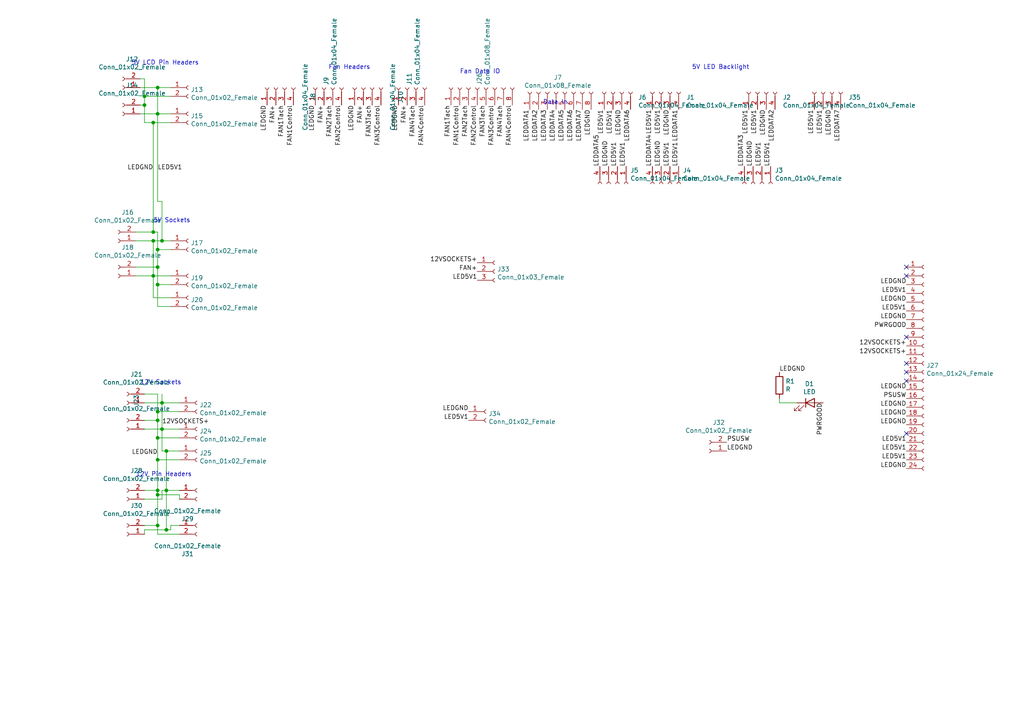
<source format=kicad_sch>
(kicad_sch (version 20211123) (generator eeschema)
  (paper "A4")
  (lib_symbols
    (symbol "Connector:Conn_01x02_Female" (pin_names (offset 1.016) hide)
      (property "Reference" "J" (at 0 2.54 0))
      (property "Value" "Conn_01x02_Female" (at 0 -5.08 0))
      (symbol "Conn_01x02_Female_1_1"
        (arc (start 0 -2.032) (mid -0.508 -2.54) (end 0 -3.048) (stroke (width 0.1524)))
        (polyline (pts (xy -1.27 -2.54) (xy -0.508 -2.54)) (stroke (width 0.1524)))
        (polyline (pts (xy -1.27 0) (xy -0.508 0)) (stroke (width 0.1524)))
        (arc (start 0 0.508) (mid -0.508 0) (end 0 -0.508) (stroke (width 0.1524)))
        (pin passive line (at -5.08 0 0) (length 3.81) (name "Pin_1") (number "1"))
        (pin passive line (at -5.08 -2.54 0) (length 3.81) (name "Pin_2") (number "2"))
      )
    )
    (symbol "Connector:Conn_01x03_Female" (pin_names (offset 1.016) hide)
      (property "Reference" "J" (at 0 5.08 0))
      (property "Value" "Conn_01x03_Female" (at 0 -5.08 0))
      (symbol "Conn_01x03_Female_1_1"
        (arc (start 0 -2.032) (mid -0.508 -2.54) (end 0 -3.048) (stroke (width 0.1524)))
        (polyline (pts (xy -1.27 -2.54) (xy -0.508 -2.54)) (stroke (width 0.1524)))
        (polyline (pts (xy -1.27 0) (xy -0.508 0)) (stroke (width 0.1524)))
        (polyline (pts (xy -1.27 2.54) (xy -0.508 2.54)) (stroke (width 0.1524)))
        (arc (start 0 0.508) (mid -0.508 0) (end 0 -0.508) (stroke (width 0.1524)))
        (arc (start 0 3.048) (mid -0.508 2.54) (end 0 2.032) (stroke (width 0.1524)))
        (pin passive line (at -5.08 2.54 0) (length 3.81) (name "Pin_1") (number "1"))
        (pin passive line (at -5.08 0 0) (length 3.81) (name "Pin_2") (number "2"))
        (pin passive line (at -5.08 -2.54 0) (length 3.81) (name "Pin_3") (number "3"))
      )
    )
    (symbol "Connector:Conn_01x04_Female" (pin_names (offset 1.016) hide)
      (property "Reference" "J" (at 0 5.08 0))
      (property "Value" "Conn_01x04_Female" (at 0 -7.62 0))
      (symbol "Conn_01x04_Female_1_1"
        (arc (start 0 -4.572) (mid -0.508 -5.08) (end 0 -5.588) (stroke (width 0.1524)))
        (arc (start 0 -2.032) (mid -0.508 -2.54) (end 0 -3.048) (stroke (width 0.1524)))
        (polyline (pts (xy -1.27 -5.08) (xy -0.508 -5.08)) (stroke (width 0.1524)))
        (polyline (pts (xy -1.27 -2.54) (xy -0.508 -2.54)) (stroke (width 0.1524)))
        (polyline (pts (xy -1.27 0) (xy -0.508 0)) (stroke (width 0.1524)))
        (polyline (pts (xy -1.27 2.54) (xy -0.508 2.54)) (stroke (width 0.1524)))
        (arc (start 0 0.508) (mid -0.508 0) (end 0 -0.508) (stroke (width 0.1524)))
        (arc (start 0 3.048) (mid -0.508 2.54) (end 0 2.032) (stroke (width 0.1524)))
        (pin passive line (at -5.08 2.54 0) (length 3.81) (name "Pin_1") (number "1"))
        (pin passive line (at -5.08 0 0) (length 3.81) (name "Pin_2") (number "2"))
        (pin passive line (at -5.08 -2.54 0) (length 3.81) (name "Pin_3") (number "3"))
        (pin passive line (at -5.08 -5.08 0) (length 3.81) (name "Pin_4") (number "4"))
      )
    )
    (symbol "Connector:Conn_01x08_Female" (pin_names (offset 1.016) hide)
      (property "Reference" "J" (at 0 10.16 0))
      (property "Value" "Conn_01x08_Female" (at 0 -12.7 0))
      (symbol "Conn_01x08_Female_1_1"
        (arc (start 0 -9.652) (mid -0.508 -10.16) (end 0 -10.668) (stroke (width 0.1524)))
        (arc (start 0 -7.112) (mid -0.508 -7.62) (end 0 -8.128) (stroke (width 0.1524)))
        (arc (start 0 -4.572) (mid -0.508 -5.08) (end 0 -5.588) (stroke (width 0.1524)))
        (arc (start 0 -2.032) (mid -0.508 -2.54) (end 0 -3.048) (stroke (width 0.1524)))
        (polyline (pts (xy -1.27 -10.16) (xy -0.508 -10.16)) (stroke (width 0.1524)))
        (polyline (pts (xy -1.27 -7.62) (xy -0.508 -7.62)) (stroke (width 0.1524)))
        (polyline (pts (xy -1.27 -5.08) (xy -0.508 -5.08)) (stroke (width 0.1524)))
        (polyline (pts (xy -1.27 -2.54) (xy -0.508 -2.54)) (stroke (width 0.1524)))
        (polyline (pts (xy -1.27 0) (xy -0.508 0)) (stroke (width 0.1524)))
        (polyline (pts (xy -1.27 2.54) (xy -0.508 2.54)) (stroke (width 0.1524)))
        (polyline (pts (xy -1.27 5.08) (xy -0.508 5.08)) (stroke (width 0.1524)))
        (polyline (pts (xy -1.27 7.62) (xy -0.508 7.62)) (stroke (width 0.1524)))
        (arc (start 0 0.508) (mid -0.508 0) (end 0 -0.508) (stroke (width 0.1524)))
        (arc (start 0 3.048) (mid -0.508 2.54) (end 0 2.032) (stroke (width 0.1524)))
        (arc (start 0 5.588) (mid -0.508 5.08) (end 0 4.572) (stroke (width 0.1524)))
        (arc (start 0 8.128) (mid -0.508 7.62) (end 0 7.112) (stroke (width 0.1524)))
        (pin passive line (at -5.08 7.62 0) (length 3.81) (name "Pin_1") (number "1"))
        (pin passive line (at -5.08 5.08 0) (length 3.81) (name "Pin_2") (number "2"))
        (pin passive line (at -5.08 2.54 0) (length 3.81) (name "Pin_3") (number "3"))
        (pin passive line (at -5.08 0 0) (length 3.81) (name "Pin_4") (number "4"))
        (pin passive line (at -5.08 -2.54 0) (length 3.81) (name "Pin_5") (number "5"))
        (pin passive line (at -5.08 -5.08 0) (length 3.81) (name "Pin_6") (number "6"))
        (pin passive line (at -5.08 -7.62 0) (length 3.81) (name "Pin_7") (number "7"))
        (pin passive line (at -5.08 -10.16 0) (length 3.81) (name "Pin_8") (number "8"))
      )
    )
    (symbol "Connector:Conn_01x24_Female" (pin_names (offset 1.016) hide)
      (property "Reference" "J" (at 0 30.48 0))
      (property "Value" "Conn_01x24_Female" (at 0 -33.02 0))
      (symbol "Conn_01x24_Female_1_1"
        (arc (start 0 -29.972) (mid -0.508 -30.48) (end 0 -30.988) (stroke (width 0.1524)))
        (arc (start 0 -27.432) (mid -0.508 -27.94) (end 0 -28.448) (stroke (width 0.1524)))
        (arc (start 0 -24.892) (mid -0.508 -25.4) (end 0 -25.908) (stroke (width 0.1524)))
        (arc (start 0 -22.352) (mid -0.508 -22.86) (end 0 -23.368) (stroke (width 0.1524)))
        (arc (start 0 -19.812) (mid -0.508 -20.32) (end 0 -20.828) (stroke (width 0.1524)))
        (arc (start 0 -17.272) (mid -0.508 -17.78) (end 0 -18.288) (stroke (width 0.1524)))
        (arc (start 0 -14.732) (mid -0.508 -15.24) (end 0 -15.748) (stroke (width 0.1524)))
        (arc (start 0 -12.192) (mid -0.508 -12.7) (end 0 -13.208) (stroke (width 0.1524)))
        (arc (start 0 -9.652) (mid -0.508 -10.16) (end 0 -10.668) (stroke (width 0.1524)))
        (arc (start 0 -7.112) (mid -0.508 -7.62) (end 0 -8.128) (stroke (width 0.1524)))
        (arc (start 0 -4.572) (mid -0.508 -5.08) (end 0 -5.588) (stroke (width 0.1524)))
        (arc (start 0 -2.032) (mid -0.508 -2.54) (end 0 -3.048) (stroke (width 0.1524)))
        (polyline (pts (xy -1.27 -30.48) (xy -0.508 -30.48)) (stroke (width 0.1524)))
        (polyline (pts (xy -1.27 -27.94) (xy -0.508 -27.94)) (stroke (width 0.1524)))
        (polyline (pts (xy -1.27 -25.4) (xy -0.508 -25.4)) (stroke (width 0.1524)))
        (polyline (pts (xy -1.27 -22.86) (xy -0.508 -22.86)) (stroke (width 0.1524)))
        (polyline (pts (xy -1.27 -20.32) (xy -0.508 -20.32)) (stroke (width 0.1524)))
        (polyline (pts (xy -1.27 -17.78) (xy -0.508 -17.78)) (stroke (width 0.1524)))
        (polyline (pts (xy -1.27 -15.24) (xy -0.508 -15.24)) (stroke (width 0.1524)))
        (polyline (pts (xy -1.27 -12.7) (xy -0.508 -12.7)) (stroke (width 0.1524)))
        (polyline (pts (xy -1.27 -10.16) (xy -0.508 -10.16)) (stroke (width 0.1524)))
        (polyline (pts (xy -1.27 -7.62) (xy -0.508 -7.62)) (stroke (width 0.1524)))
        (polyline (pts (xy -1.27 -5.08) (xy -0.508 -5.08)) (stroke (width 0.1524)))
        (polyline (pts (xy -1.27 -2.54) (xy -0.508 -2.54)) (stroke (width 0.1524)))
        (polyline (pts (xy -1.27 0) (xy -0.508 0)) (stroke (width 0.1524)))
        (polyline (pts (xy -1.27 2.54) (xy -0.508 2.54)) (stroke (width 0.1524)))
        (polyline (pts (xy -1.27 5.08) (xy -0.508 5.08)) (stroke (width 0.1524)))
        (polyline (pts (xy -1.27 7.62) (xy -0.508 7.62)) (stroke (width 0.1524)))
        (polyline (pts (xy -1.27 10.16) (xy -0.508 10.16)) (stroke (width 0.1524)))
        (polyline (pts (xy -1.27 12.7) (xy -0.508 12.7)) (stroke (width 0.1524)))
        (polyline (pts (xy -1.27 15.24) (xy -0.508 15.24)) (stroke (width 0.1524)))
        (polyline (pts (xy -1.27 17.78) (xy -0.508 17.78)) (stroke (width 0.1524)))
        (polyline (pts (xy -1.27 20.32) (xy -0.508 20.32)) (stroke (width 0.1524)))
        (polyline (pts (xy -1.27 22.86) (xy -0.508 22.86)) (stroke (width 0.1524)))
        (polyline (pts (xy -1.27 25.4) (xy -0.508 25.4)) (stroke (width 0.1524)))
        (polyline (pts (xy -1.27 27.94) (xy -0.508 27.94)) (stroke (width 0.1524)))
        (arc (start 0 0.508) (mid -0.508 0) (end 0 -0.508) (stroke (width 0.1524)))
        (arc (start 0 3.048) (mid -0.508 2.54) (end 0 2.032) (stroke (width 0.1524)))
        (arc (start 0 5.588) (mid -0.508 5.08) (end 0 4.572) (stroke (width 0.1524)))
        (arc (start 0 8.128) (mid -0.508 7.62) (end 0 7.112) (stroke (width 0.1524)))
        (arc (start 0 10.668) (mid -0.508 10.16) (end 0 9.652) (stroke (width 0.1524)))
        (arc (start 0 13.208) (mid -0.508 12.7) (end 0 12.192) (stroke (width 0.1524)))
        (arc (start 0 15.748) (mid -0.508 15.24) (end 0 14.732) (stroke (width 0.1524)))
        (arc (start 0 18.288) (mid -0.508 17.78) (end 0 17.272) (stroke (width 0.1524)))
        (arc (start 0 20.828) (mid -0.508 20.32) (end 0 19.812) (stroke (width 0.1524)))
        (arc (start 0 23.368) (mid -0.508 22.86) (end 0 22.352) (stroke (width 0.1524)))
        (arc (start 0 25.908) (mid -0.508 25.4) (end 0 24.892) (stroke (width 0.1524)))
        (arc (start 0 28.448) (mid -0.508 27.94) (end 0 27.432) (stroke (width 0.1524)))
        (pin passive line (at -5.08 27.94 0) (length 3.81) (name "Pin_1") (number "1"))
        (pin passive line (at -5.08 5.08 0) (length 3.81) (name "Pin_10") (number "10"))
        (pin passive line (at -5.08 2.54 0) (length 3.81) (name "Pin_11") (number "11"))
        (pin passive line (at -5.08 0 0) (length 3.81) (name "Pin_12") (number "12"))
        (pin passive line (at -5.08 -2.54 0) (length 3.81) (name "Pin_13") (number "13"))
        (pin passive line (at -5.08 -5.08 0) (length 3.81) (name "Pin_14") (number "14"))
        (pin passive line (at -5.08 -7.62 0) (length 3.81) (name "Pin_15") (number "15"))
        (pin passive line (at -5.08 -10.16 0) (length 3.81) (name "Pin_16") (number "16"))
        (pin passive line (at -5.08 -12.7 0) (length 3.81) (name "Pin_17") (number "17"))
        (pin passive line (at -5.08 -15.24 0) (length 3.81) (name "Pin_18") (number "18"))
        (pin passive line (at -5.08 -17.78 0) (length 3.81) (name "Pin_19") (number "19"))
        (pin passive line (at -5.08 25.4 0) (length 3.81) (name "Pin_2") (number "2"))
        (pin passive line (at -5.08 -20.32 0) (length 3.81) (name "Pin_20") (number "20"))
        (pin passive line (at -5.08 -22.86 0) (length 3.81) (name "Pin_21") (number "21"))
        (pin passive line (at -5.08 -25.4 0) (length 3.81) (name "Pin_22") (number "22"))
        (pin passive line (at -5.08 -27.94 0) (length 3.81) (name "Pin_23") (number "23"))
        (pin passive line (at -5.08 -30.48 0) (length 3.81) (name "Pin_24") (number "24"))
        (pin passive line (at -5.08 22.86 0) (length 3.81) (name "Pin_3") (number "3"))
        (pin passive line (at -5.08 20.32 0) (length 3.81) (name "Pin_4") (number "4"))
        (pin passive line (at -5.08 17.78 0) (length 3.81) (name "Pin_5") (number "5"))
        (pin passive line (at -5.08 15.24 0) (length 3.81) (name "Pin_6") (number "6"))
        (pin passive line (at -5.08 12.7 0) (length 3.81) (name "Pin_7") (number "7"))
        (pin passive line (at -5.08 10.16 0) (length 3.81) (name "Pin_8") (number "8"))
        (pin passive line (at -5.08 7.62 0) (length 3.81) (name "Pin_9") (number "9"))
      )
    )
    (symbol "Device:LED" (pin_numbers hide) (pin_names (offset 1.016) hide)
      (property "Reference" "D" (at 0 2.54 0))
      (property "Value" "LED" (at 0 -2.54 0))
      (symbol "LED_0_1"
        (polyline (pts (xy -1.27 -1.27) (xy -1.27 1.27)) (stroke (width 0.254)))
        (polyline (pts (xy -1.27 0) (xy 1.27 0)))
        (polyline (pts (xy 1.27 -1.27) (xy 1.27 1.27) (xy -1.27 0) (xy 1.27 -1.27)) (stroke (width 0.254)))
        (polyline (pts (xy -3.048 -0.762) (xy -4.572 -2.286) (xy -3.81 -2.286) (xy -4.572 -2.286) (xy -4.572 -1.524)))
        (polyline (pts (xy -1.778 -0.762) (xy -3.302 -2.286) (xy -2.54 -2.286) (xy -3.302 -2.286) (xy -3.302 -1.524)))
      )
      (symbol "LED_1_1"
        (pin passive line (at -3.81 0 0) (length 2.54) (name "K") (number "1"))
        (pin passive line (at 3.81 0 180) (length 2.54) (name "A") (number "2"))
      )
    )
    (symbol "Device:R" (pin_numbers hide) (pin_names (offset 0))
      (property "Reference" "R" (at 2.032 0 90))
      (property "Value" "R" (at 0 0 90))
      (symbol "R_0_1"
        (rectangle (start -1.016 -2.54) (end 1.016 2.54) (stroke (width 0.254)))
      )
      (symbol "R_1_1"
        (pin passive line (at 0 3.81 270) (length 1.27) (name "~") (number "1"))
        (pin passive line (at 0 -3.81 90) (length 1.27) (name "~") (number "2"))
      )
    )
  )
  (junction (at 44.45 35.56))
  (junction (at 48.26 142.24))
  (junction (at 45.72 127))
  (junction (at 45.72 142.24))
  (junction (at 45.72 119.38))
  (junction (at 44.45 67.31))
  (junction (at 45.72 33.02))
  (junction (at 48.26 130.81))
  (junction (at 44.45 80.01))
  (junction (at 45.72 152.4))
  (junction (at 45.72 143.51))
  (junction (at 46.99 116.84))
  (junction (at 45.72 72.39))
  (junction (at 46.99 69.85))
  (junction (at 45.72 25.4))
  (junction (at 45.72 121.92))
  (junction (at 45.72 77.47))
  (junction (at 45.72 82.55))
  (junction (at 45.72 133.35))
  (junction (at 44.45 69.85))
  (junction (at 41.91 30.48))
  (junction (at 41.91 27.94))
  (junction (at 48.26 153.67))
  (junction (at 46.99 124.46))
  (no_connect (at 262.89 105.41))
  (no_connect (at 262.89 107.95))
  (no_connect (at 262.89 110.49))
  (no_connect (at 262.89 97.79))
  (no_connect (at 262.89 125.73))
  (no_connect (at 262.89 80.01))
  (no_connect (at 262.89 77.47))
  (wire (pts (xy 45.72 152.4) (xy 45.72 143.51)))
  (wire (pts (xy 41.91 30.48) (xy 41.91 27.94)))
  (wire (pts (xy 46.99 116.84) (xy 52.07 116.84)))
  (wire (pts (xy 41.91 124.46) (xy 46.99 124.46)))
  (wire (pts (xy 45.72 25.4) (xy 45.72 33.02)))
  (wire (pts (xy 39.37 69.85) (xy 44.45 69.85)))
  (wire (pts (xy 46.99 144.78) (xy 41.91 144.78)))
  (wire (pts (xy 231.14 116.84) (xy 226.06 116.84)))
  (wire (pts (xy 41.91 121.92) (xy 45.72 121.92)))
  (wire (pts (xy 46.99 124.46) (xy 46.99 116.84)))
  (wire (pts (xy 41.91 22.86) (xy 40.64 22.86)))
  (wire (pts (xy 49.53 33.02) (xy 45.72 33.02)))
  (wire (pts (xy 52.07 143.51) (xy 52.07 144.78)))
  (wire (pts (xy 45.72 143.51) (xy 52.07 143.51)))
  (wire (pts (xy 45.72 142.24) (xy 45.72 143.51)))
  (wire (pts (xy 45.72 67.31) (xy 45.72 72.39)))
  (wire (pts (xy 46.99 130.81) (xy 48.26 130.81)))
  (wire (pts (xy 48.26 130.81) (xy 52.07 130.81)))
  (wire (pts (xy 46.99 124.46) (xy 46.99 130.81)))
  (wire (pts (xy 48.26 153.67) (xy 48.26 142.24)))
  (wire (pts (xy 39.37 80.01) (xy 44.45 80.01)))
  (wire (pts (xy 41.91 116.84) (xy 46.99 116.84)))
  (wire (pts (xy 45.72 77.47) (xy 39.37 77.47)))
  (wire (pts (xy 45.72 154.94) (xy 45.72 152.4)))
  (wire (pts (xy 52.07 154.94) (xy 45.72 154.94)))
  (wire (pts (xy 49.53 153.67) (xy 49.53 152.4)))
  (wire (pts (xy 44.45 67.31) (xy 45.72 67.31)))
  (wire (pts (xy 44.45 80.01) (xy 44.45 86.36)))
  (wire (pts (xy 45.72 133.35) (xy 52.07 133.35)))
  (wire (pts (xy 48.26 142.24) (xy 48.26 130.81)))
  (wire (pts (xy 45.72 114.3) (xy 41.91 114.3)))
  (wire (pts (xy 48.26 142.24) (xy 46.99 142.24)))
  (wire (pts (xy 45.72 72.39) (xy 45.72 77.47)))
  (wire (pts (xy 45.72 127) (xy 45.72 133.35)))
  (wire (pts (xy 49.53 72.39) (xy 45.72 72.39)))
  (wire (pts (xy 46.99 116.84) (xy 46.99 114.3)))
  (wire (pts (xy 45.72 82.55) (xy 49.53 82.55)))
  (wire (pts (xy 46.99 69.85) (xy 46.99 58.42)))
  (wire (pts (xy 52.07 142.24) (xy 48.26 142.24)))
  (wire (pts (xy 45.72 82.55) (xy 45.72 77.47)))
  (wire (pts (xy 41.91 30.48) (xy 40.64 30.48)))
  (wire (pts (xy 45.72 121.92) (xy 45.72 127)))
  (wire (pts (xy 45.72 127) (xy 52.07 127)))
  (wire (pts (xy 46.99 142.24) (xy 46.99 144.78)))
  (wire (pts (xy 39.37 67.31) (xy 44.45 67.31)))
  (wire (pts (xy 40.64 25.4) (xy 45.72 25.4)))
  (wire (pts (xy 45.72 33.02) (xy 45.72 58.42)))
  (wire (pts (xy 41.91 153.67) (xy 48.26 153.67)))
  (wire (pts (xy 44.45 35.56) (xy 41.91 35.56)))
  (wire (pts (xy 44.45 80.01) (xy 49.53 80.01)))
  (wire (pts (xy 49.53 152.4) (xy 52.07 152.4)))
  (wire (pts (xy 41.91 142.24) (xy 45.72 142.24)))
  (wire (pts (xy 44.45 86.36) (xy 49.53 86.36)))
  (wire (pts (xy 41.91 35.56) (xy 41.91 30.48)))
  (wire (pts (xy 44.45 69.85) (xy 46.99 69.85)))
  (wire (pts (xy 46.99 124.46) (xy 52.07 124.46)))
  (wire (pts (xy 44.45 35.56) (xy 44.45 67.31)))
  (wire (pts (xy 52.07 119.38) (xy 45.72 119.38)))
  (wire (pts (xy 41.91 154.94) (xy 41.91 153.67)))
  (wire (pts (xy 45.72 58.42) (xy 46.99 58.42)))
  (wire (pts (xy 45.72 142.24) (xy 45.72 133.35)))
  (wire (pts (xy 41.91 152.4) (xy 45.72 152.4)))
  (wire (pts (xy 226.06 116.84) (xy 226.06 115.57)))
  (wire (pts (xy 40.64 33.02) (xy 45.72 33.02)))
  (wire (pts (xy 46.99 69.85) (xy 49.53 69.85)))
  (wire (pts (xy 41.91 27.94) (xy 41.91 22.86)))
  (wire (pts (xy 45.72 25.4) (xy 49.53 25.4)))
  (wire (pts (xy 45.72 114.3) (xy 45.72 119.38)))
  (wire (pts (xy 41.91 27.94) (xy 49.53 27.94)))
  (wire (pts (xy 45.72 82.55) (xy 45.72 88.9)))
  (wire (pts (xy 45.72 88.9) (xy 49.53 88.9)))
  (wire (pts (xy 48.26 153.67) (xy 49.53 153.67)))
  (wire (pts (xy 44.45 69.85) (xy 44.45 80.01)))
  (wire (pts (xy 45.72 121.92) (xy 45.72 119.38)))
  (wire (pts (xy 49.53 35.56) (xy 44.45 35.56)))
  (text "Fan Data IO" (at 133.35 21.59 0) (effects (font (size 1.27 1.27)) (justify left bottom)))
  (text "5V LCD Pin Headers" (at 38.1 19.05 0) (effects (font (size 1.27 1.27)) (justify left bottom)))
  (text "12V Pin Headers" (at 39.37 138.43 0) (effects (font (size 1.27 1.27)) (justify left bottom)))
  (text "5V Sockets" (at 44.45 64.77 0) (effects (font (size 1.27 1.27)) (justify left bottom)))
  (text "Fan Headers" (at 95.25 20.32 0) (effects (font (size 1.27 1.27)) (justify left bottom)))
  (text "12V Sockets" (at 40.64 111.76 0) (effects (font (size 1.27 1.27)) (justify left bottom)))
  (text "Data In" (at 157.48 30.48 0) (effects (font (size 1.27 1.27)) (justify left bottom)))
  (text "5V LED Backlight" (at 200.66 20.32 0) (effects (font (size 1.27 1.27)) (justify left bottom)))
  (label "FAN2Control" (at 99.06 30.48 270))
  (label "LED5V1" (at 189.23 31.75 270))
  (label "LEDDATA2" (at 224.79 31.75 270))
  (label "FAN1Tach" (at 82.55 30.48 270))
  (label "PSUSW" (at 262.89 115.57 180))
  (label "LEDGND" (at 262.89 92.71 180))
  (label "FAN+" (at 118.11 30.48 270))
  (label "LED5V1" (at 219.71 31.75 270))
  (label "LEDDATA2" (at 156.21 31.75 270))
  (label "LEDGND" (at 194.31 31.75 270))
  (label "PWRGOOD" (at 262.89 95.25 180))
  (label "LEDDATA1" (at 196.85 31.75 270))
  (label "LEDDATA3" (at 158.75 31.75 270))
  (label "LED5V1" (at 262.89 90.17 180))
  (label "LEDGND" (at 241.3 31.75 270))
  (label "FAN3Tach" (at 107.95 30.48 270))
  (label "LED5V1" (at 262.89 128.27 180))
  (label "LED5V1" (at 177.8 31.75 270))
  (label "LEDGND" (at 180.34 31.75 270))
  (label "LED5V1" (at 236.22 31.75 270))
  (label "LEDGND" (at 222.25 31.75 270))
  (label "FAN3Tach" (at 140.97 30.48 270))
  (label "LED5V1" (at 262.89 85.09 180))
  (label "PWRGOOD" (at 238.76 116.84 270))
  (label "LED5V1" (at 181.61 48.26 90))
  (label "LED5V1" (at 135.89 121.92 180))
  (label "FAN1Control" (at 133.35 30.48 270))
  (label "LEDGND" (at 262.89 118.11 180))
  (label "LEDGND" (at 262.89 87.63 180))
  (label "FAN4Tach" (at 120.65 30.48 270))
  (label "LEDGND" (at 218.44 48.26 90))
  (label "LEDDATA4" (at 189.23 48.26 90))
  (label "LEDGND" (at 115.57 30.48 270))
  (label "LED5V1" (at 262.89 130.81 180))
  (label "LEDDATA4" (at 161.29 31.75 270))
  (label "FAN2Tach" (at 96.52 30.48 270))
  (label "LEDDATA5" (at 163.83 31.75 270))
  (label "LEDDATA5" (at 173.99 48.26 90))
  (label "FAN2Control" (at 138.43 30.48 270))
  (label "PSUSW" (at 210.82 128.27 0))
  (label "LED5V1" (at 175.26 31.75 270))
  (label "LEDGND" (at 135.89 119.38 180))
  (label "LEDGND" (at 262.89 120.65 180))
  (label "FAN2Tach" (at 135.89 30.48 270))
  (label "FAN+" (at 93.98 30.48 270))
  (label "LEDGND" (at 171.45 31.75 270))
  (label "FAN3Control" (at 110.49 30.48 270))
  (label "FAN4Tach" (at 146.05 30.48 270))
  (label "LEDGND" (at 45.72 132.08 180))
  (label "LEDDATA7" (at 243.84 31.75 270))
  (label "FAN3Control" (at 143.51 30.48 270))
  (label "LEDDATA6" (at 166.37 31.75 270))
  (label "FAN+" (at 105.41 30.48 270))
  (label "LED5V1" (at 191.77 31.75 270))
  (label "LEDGND" (at 262.89 123.19 180))
  (label "LEDGND" (at 102.87 30.48 270))
  (label "FAN1Control" (at 85.09 30.48 270))
  (label "12VSOCKETS+" (at 262.89 100.33 180))
  (label "FAN+" (at 138.43 78.74 180))
  (label "LED5V1" (at 220.98 48.26 90))
  (label "FAN+" (at 80.01 30.48 270))
  (label "LED5V1" (at 223.52 48.26 90))
  (label "FAN4Control" (at 123.19 30.48 270))
  (label "LEDGND" (at 91.44 30.48 270))
  (label "LEDDATA6" (at 182.88 31.75 270))
  (label "LEDGND" (at 262.89 135.89 180))
  (label "LED5V1" (at 45.72 49.53 0))
  (label "LEDDATA1" (at 153.67 31.75 270))
  (label "12VSOCKETS+" (at 46.99 123.19 0))
  (label "12VSOCKETS+" (at 138.43 76.2 180))
  (label "LED5V1" (at 196.85 48.26 90))
  (label "FAN4Control" (at 148.59 30.48 270))
  (label "LED5V1" (at 194.31 48.26 90))
  (label "LEDGND" (at 226.06 107.95 0))
  (label "LEDGND" (at 77.47 30.48 270))
  (label "LED5V1" (at 238.76 31.75 270))
  (label "LEDGND" (at 44.45 49.53 180))
  (label "LED5V1" (at 179.07 48.26 90))
  (label "LEDGND" (at 262.89 82.55 180))
  (label "FAN1Tach" (at 130.81 30.48 270))
  (label "LEDGND" (at 176.53 48.26 90))
  (label "LED5V1" (at 138.43 81.28 180))
  (label "12VSOCKETS+" (at 262.89 102.87 180))
  (label "LED5V1" (at 262.89 133.35 180))
  (label "LEDGND" (at 262.89 113.03 180))
  (label "LED5V1" (at 217.17 31.75 270))
  (label "LEDDATA3" (at 215.9 48.26 90))
  (label "LEDGND" (at 210.82 130.81 0))
  (label "LEDDATA7" (at 168.91 31.75 270))
  (label "LEDGND" (at 191.77 48.26 90))
  (symbol (lib_id "Connector:Conn_01x04_Female") (at 219.71 26.67 90) (unit 1)
    (property "Reference" "J2" (at 227.0252 28.2448 90) (effects (justify right)))
    (property "Value" "Conn_01x04_Female" (at 227.0252 30.5562 90) (effects (justify right)))
    (property "Footprint" "Connector_Molex:Molex_Mini-Fit_Jr_5566-04A_2x02_P4.20mm_Vertical" (effects hide))
  )
  (symbol (lib_id "Connector:Conn_01x04_Female") (at 191.77 26.67 90) (unit 1)
    (property "Reference" "J1" (at 199.0852 28.2448 90) (effects (justify right)))
    (property "Value" "Conn_01x04_Female" (at 199.0852 30.5562 90) (effects (justify right)))
    (property "Footprint" "Connector_Molex:Molex_Mini-Fit_Jr_5566-04A_2x02_P4.20mm_Vertical" (effects hide))
  )
  (symbol (lib_id "Connector:Conn_01x04_Female") (at 194.31 53.34 270) (unit 1)
    (property "Reference" "J4" (at 198.0692 49.4284 90) (effects (justify left)))
    (property "Value" "Conn_01x04_Female" (at 198.0692 51.7398 90) (effects (justify left)))
    (property "Footprint" "Connector_Molex:Molex_Mini-Fit_Jr_5566-04A_2x02_P4.20mm_Vertical" (effects hide))
  )
  (symbol (lib_id "Connector:Conn_01x04_Female") (at 220.98 53.34 270) (unit 1)
    (property "Reference" "J3" (at 224.7392 49.4284 90) (effects (justify left)))
    (property "Value" "Conn_01x04_Female" (at 224.7392 51.7398 90) (effects (justify left)))
    (property "Footprint" "Connector_Molex:Molex_Mini-Fit_Jr_5566-04A_2x02_P4.20mm_Vertical" (effects hide))
  )
  (symbol (lib_id "Connector:Conn_01x04_Female") (at 93.98 25.4 90) (unit 1)
    (property "Reference" "J9" (at 94.5896 24.6888 0) (effects (justify left)))
    (property "Value" "Conn_01x04_Female" (at 96.901 24.6888 0) (effects (justify left)))
    (property "Footprint" "Connector:FanPinHeader_1x04_P2.54mm_Vertical" (effects hide))
  )
  (symbol (lib_id "Connector:Conn_01x04_Female") (at 118.11 25.4 90) (unit 1)
    (property "Reference" "J11" (at 118.7196 24.6888 0) (effects (justify left)))
    (property "Value" "Conn_01x04_Female" (at 121.031 24.6888 0) (effects (justify left)))
    (property "Footprint" "Connector:FanPinHeader_1x04_P2.54mm_Vertical" (effects hide))
  )
  (symbol (lib_id "Connector:Conn_01x04_Female") (at 80.01 25.4 90) (unit 1)
    (property "Reference" "J8" (at 90.805 28.1432 0))
    (property "Value" "Conn_01x04_Female" (at 88.4936 28.1432 0))
    (property "Footprint" "Connector:FanPinHeader_1x04_P2.54mm_Vertical" (effects hide))
  )
  (symbol (lib_id "Connector:Conn_01x04_Female") (at 105.41 25.4 90) (unit 1)
    (property "Reference" "J10" (at 116.205 28.1432 0))
    (property "Value" "Conn_01x04_Female" (at 113.8936 28.1432 0))
    (property "Footprint" "Connector:FanPinHeader_1x04_P2.54mm_Vertical" (effects hide))
  )
  (symbol (lib_id "Connector:Conn_01x02_Female") (at 35.56 25.4 180) (unit 1)
    (property "Reference" "J12" (at 38.3032 17.145 0))
    (property "Value" "Conn_01x02_Female" (at 38.3032 19.4564 0))
    (property "Footprint" "Connector_Molex:Molex_KK-254_AE-6410-02A_1x02_P2.54mm_Vertical" (effects hide))
  )
  (symbol (lib_id "Connector:Conn_01x02_Female") (at 54.61 25.4 0) (unit 1)
    (property "Reference" "J13" (at 55.3212 26.0096 0) (effects (justify left)))
    (property "Value" "Conn_01x02_Female" (at 55.3212 28.321 0) (effects (justify left)))
    (property "Footprint" "Connector_Molex:Molex_KK-254_AE-6410-02A_1x02_P2.54mm_Vertical" (effects hide))
  )
  (symbol (lib_id "Connector:Conn_01x02_Female") (at 35.56 33.02 180) (unit 1)
    (property "Reference" "J14" (at 38.3032 24.765 0))
    (property "Value" "Conn_01x02_Female" (at 38.3032 27.0764 0))
    (property "Footprint" "Connector_Molex:Molex_KK-254_AE-6410-02A_1x02_P2.54mm_Vertical" (effects hide))
  )
  (symbol (lib_id "Connector:Conn_01x02_Female") (at 54.61 33.02 0) (unit 1)
    (property "Reference" "J15" (at 55.3212 33.6296 0) (effects (justify left)))
    (property "Value" "Conn_01x02_Female" (at 55.3212 35.941 0) (effects (justify left)))
    (property "Footprint" "Connector_Molex:Molex_KK-254_AE-6410-02A_1x02_P2.54mm_Vertical" (effects hide))
  )
  (symbol (lib_id "Connector:Conn_01x02_Female") (at 34.29 69.85 180) (unit 1)
    (property "Reference" "J16" (at 37.0332 61.595 0))
    (property "Value" "Conn_01x02_Female" (at 37.0332 63.9064 0))
    (property "Footprint" "Connector_BarrelJack:BarrelJack_Horizontal" (effects hide))
  )
  (symbol (lib_id "Connector:Conn_01x02_Female") (at 34.29 80.01 180) (unit 1)
    (property "Reference" "J18" (at 37.0332 71.755 0))
    (property "Value" "Conn_01x02_Female" (at 37.0332 74.0664 0))
    (property "Footprint" "Connector_BarrelJack:BarrelJack_Horizontal" (effects hide))
  )
  (symbol (lib_id "Connector:Conn_01x02_Female") (at 54.61 69.85 0) (unit 1)
    (property "Reference" "J17" (at 55.3212 70.4596 0) (effects (justify left)))
    (property "Value" "Conn_01x02_Female" (at 55.3212 72.771 0) (effects (justify left)))
    (property "Footprint" "Connector_BarrelJack:BarrelJack_Horizontal" (effects hide))
  )
  (symbol (lib_id "Connector:Conn_01x02_Female") (at 54.61 80.01 0) (unit 1)
    (property "Reference" "J19" (at 55.3212 80.6196 0) (effects (justify left)))
    (property "Value" "Conn_01x02_Female" (at 55.3212 82.931 0) (effects (justify left)))
    (property "Footprint" "Connector_BarrelJack:BarrelJack_Horizontal" (effects hide))
  )
  (symbol (lib_id "Connector:Conn_01x02_Female") (at 36.83 124.46 180) (unit 1)
    (property "Reference" "J23" (at 39.5732 116.205 90))
    (property "Value" "Conn_01x02_Female" (at 39.5732 118.5164 0))
    (property "Footprint" "Connector_BarrelJack:BarrelJack_Horizontal" (effects hide))
  )
  (symbol (lib_id "Connector:Conn_01x02_Female") (at 57.15 124.46 0) (unit 1)
    (property "Reference" "J24" (at 57.8612 125.0696 0) (effects (justify left)))
    (property "Value" "Conn_01x02_Female" (at 57.8612 127.381 0) (effects (justify left)))
    (property "Footprint" "Connector_BarrelJack:BarrelJack_Horizontal" (effects hide))
  )
  (symbol (lib_id "Connector:Conn_01x02_Female") (at 36.83 144.78 180) (unit 1)
    (property "Reference" "J28" (at 39.5732 136.525 0))
    (property "Value" "Conn_01x02_Female" (at 39.5732 138.8364 0))
    (property "Footprint" "Connector_Molex:Molex_KK-254_AE-6410-02A_1x02_P2.54mm_Vertical" (effects hide))
  )
  (symbol (lib_id "Connector:Conn_01x02_Female") (at 36.83 116.84 180) (unit 1)
    (property "Reference" "J21" (at 39.5732 108.585 0))
    (property "Value" "Conn_01x02_Female" (at 39.5732 110.8964 0))
    (property "Footprint" "Connector_BarrelJack:BarrelJack_Horizontal" (effects hide))
  )
  (symbol (lib_id "Connector:Conn_01x02_Female") (at 57.15 142.24 0) (unit 1)
    (property "Reference" "J29" (at 54.4068 150.495 0))
    (property "Value" "Conn_01x02_Female" (at 54.4068 148.1836 0))
    (property "Footprint" "Connector_Molex:Molex_KK-254_AE-6410-02A_1x02_P2.54mm_Vertical" (effects hide))
  )
  (symbol (lib_id "Connector:Conn_01x02_Female") (at 36.83 154.94 180) (unit 1)
    (property "Reference" "J30" (at 39.5732 146.685 0))
    (property "Value" "Conn_01x02_Female" (at 39.5732 148.9964 0))
    (property "Footprint" "Connector_Molex:Molex_KK-254_AE-6410-02A_1x02_P2.54mm_Vertical" (effects hide))
  )
  (symbol (lib_id "Connector:Conn_01x02_Female") (at 57.15 152.4 0) (unit 1)
    (property "Reference" "J31" (at 54.4068 160.655 0))
    (property "Value" "Conn_01x02_Female" (at 54.4068 158.3436 0))
    (property "Footprint" "Connector_Molex:Molex_KK-254_AE-6410-02A_1x02_P2.54mm_Vertical" (effects hide))
  )
  (symbol (lib_id "Connector:Conn_01x02_Female") (at 57.15 116.84 0) (unit 1)
    (property "Reference" "J22" (at 57.8612 117.4496 0) (effects (justify left)))
    (property "Value" "Conn_01x02_Female" (at 57.8612 119.761 0) (effects (justify left)))
    (property "Footprint" "Connector_BarrelJack:BarrelJack_Horizontal" (effects hide))
  )
  (symbol (lib_id "Connector:Conn_01x24_Female") (at 267.97 105.41 0) (unit 1)
    (property "Reference" "J27" (at 268.6812 106.0196 0) (effects (justify left)))
    (property "Value" "Conn_01x24_Female" (at 268.6812 108.331 0) (effects (justify left)))
    (property "Footprint" "Connector_Molex:Molex_Mini-Fit_Jr_5566-24A_2x12_P4.20mm_Vertical" (effects hide))
  )
  (symbol (lib_id "Connector:Conn_01x08_Female") (at 138.43 25.4 90) (unit 1)
    (property "Reference" "J26" (at 139.0396 24.6888 0) (effects (justify left)))
    (property "Value" "Conn_01x08_Female" (at 141.351 24.6888 0) (effects (justify left)))
    (property "Footprint" "Connector_PinHeader_2.54mm:PinHeader_2x04_P2.54mm_Vertical" (effects hide))
  )
  (symbol (lib_id "Connector:Conn_01x02_Female") (at 205.74 130.81 180) (unit 1)
    (property "Reference" "J32" (at 208.4832 122.555 0))
    (property "Value" "Conn_01x02_Female" (at 208.4832 124.8664 0))
    (property "Footprint" "Connector_Molex:Molex_KK-254_AE-6410-02A_1x02_P2.54mm_Vertical" (effects hide))
  )
  (symbol (lib_id "Connector:Conn_01x08_Female") (at 161.29 26.67 90) (unit 1)
    (property "Reference" "J7" (at 161.798 22.479 90))
    (property "Value" "Conn_01x08_Female" (at 161.798 24.7904 90))
    (property "Footprint" "Connector_PinHeader_2.54mm:PinHeader_1x08_P2.54mm_Vertical" (effects hide))
  )
  (symbol (lib_id "Connector:Conn_01x04_Female") (at 177.8 26.67 90) (unit 1)
    (property "Reference" "J6" (at 185.1152 28.2448 90) (effects (justify right)))
    (property "Value" "Conn_01x04_Female" (at 185.1152 30.5562 90) (effects (justify right)))
    (property "Footprint" "Connector_Molex:Molex_Mini-Fit_Jr_5566-04A_2x02_P4.20mm_Vertical" (effects hide))
  )
  (symbol (lib_id "Connector:Conn_01x04_Female") (at 179.07 53.34 270) (unit 1)
    (property "Reference" "J5" (at 182.8292 49.4284 90) (effects (justify left)))
    (property "Value" "Conn_01x04_Female" (at 182.8292 51.7398 90) (effects (justify left)))
    (property "Footprint" "Connector_Molex:Molex_Mini-Fit_Jr_5566-04A_2x02_P4.20mm_Vertical" (effects hide))
  )
  (symbol (lib_id "Device:LED") (at 234.95 116.84 0) (unit 1)
    (property "Reference" "D1" (at 234.7722 111.3282 0))
    (property "Value" "LED" (at 234.7722 113.6396 0))
    (property "Footprint" "LED_THT:LED_D3.0mm" (effects hide))
  )
  (symbol (lib_id "Device:R") (at 226.06 111.76 0) (unit 1)
    (property "Reference" "R1" (at 227.838 110.5916 0) (effects (justify left)))
    (property "Value" "R" (at 227.838 112.903 0) (effects (justify left)))
    (property "Footprint" "Resistor_THT:R_Axial_DIN0207_L6.3mm_D2.5mm_P7.62mm_Horizontal" (effects hide))
  )
  (symbol (lib_id "Connector:Conn_01x02_Female") (at 54.61 86.36 0) (unit 1)
    (property "Reference" "J20" (at 55.3212 86.9696 0) (effects (justify left)))
    (property "Value" "Conn_01x02_Female" (at 55.3212 89.281 0) (effects (justify left)))
    (property "Footprint" "Connector_BarrelJack:BarrelJack_Horizontal" (effects hide))
  )
  (symbol (lib_id "Connector:Conn_01x02_Female") (at 57.15 130.81 0) (unit 1)
    (property "Reference" "J25" (at 57.8612 131.4196 0) (effects (justify left)))
    (property "Value" "Conn_01x02_Female" (at 57.8612 133.731 0) (effects (justify left)))
    (property "Footprint" "Connector_BarrelJack:BarrelJack_Horizontal" (effects hide))
  )
  (symbol (lib_id "Connector:Conn_01x03_Female") (at 143.51 78.74 0) (unit 1)
    (property "Reference" "J33" (at 144.2212 78.0796 0) (effects (justify left)))
    (property "Value" "Conn_01x03_Female" (at 144.2212 80.391 0) (effects (justify left)))
    (property "Footprint" "Connector_PinHeader_2.54mm:PinHeader_1x03_P2.54mm_Vertical" (effects hide))
  )
  (symbol (lib_id "Connector:Conn_01x02_Female") (at 140.97 119.38 0) (unit 1)
    (property "Reference" "J34" (at 141.6812 119.9896 0) (effects (justify left)))
    (property "Value" "Conn_01x02_Female" (at 141.6812 122.301 0) (effects (justify left)))
    (property "Footprint" "Connector_AMASS:AMASS_XT60-M_1x02_P7.20mm_Vertical" (effects hide))
  )
  (symbol (lib_id "Connector:Conn_01x04_Female") (at 238.76 26.67 90) (unit 1)
    (property "Reference" "J35" (at 246.0752 28.2448 90) (effects (justify right)))
    (property "Value" "Conn_01x04_Female" (at 246.0752 30.5562 90) (effects (justify right)))
    (property "Footprint" "Connector_Molex:Molex_Mini-Fit_Jr_5566-04A_2x02_P4.20mm_Vertical" (effects hide))
  )
)
</source>
